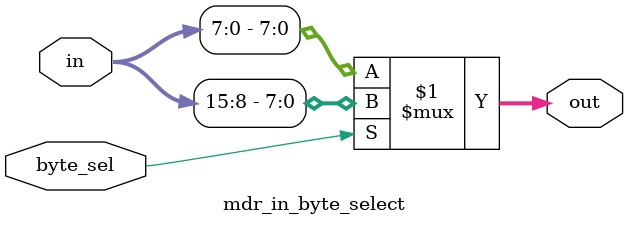
<source format=v>
module mdr_in_byte_select(
	input [15:0] in,
	input byte_sel,
	output [7:0] out
);

assign out = byte_sel ? (in[15:8]) : (in[7:0]);

endmodule

</source>
